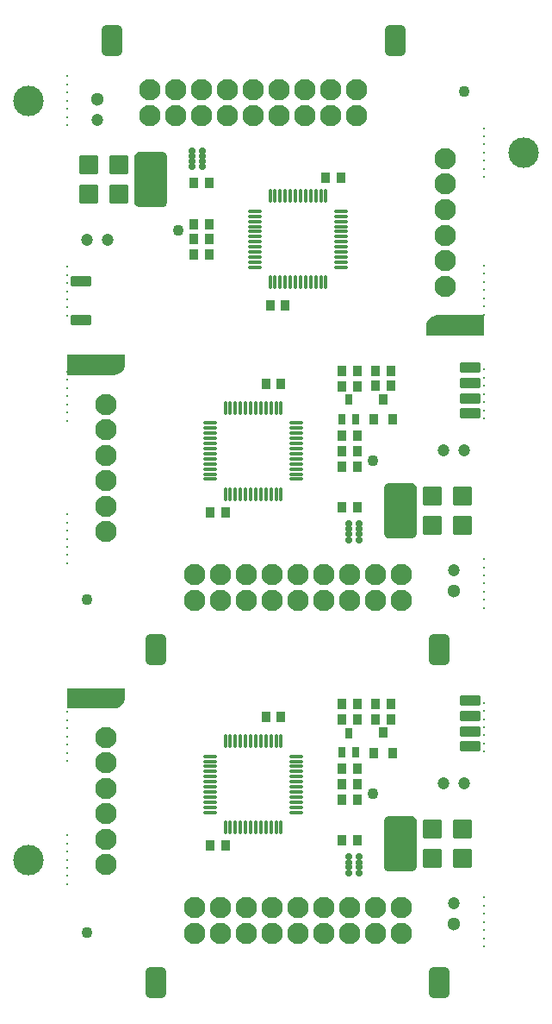
<source format=gbs>
G04*
G04 #@! TF.GenerationSoftware,Altium Limited,Altium Designer,25.5.2 (35)*
G04*
G04 Layer_Color=16711935*
%FSLAX44Y44*%
%MOMM*%
G71*
G04*
G04 #@! TF.SameCoordinates,62C8F6CB-47DE-4BB4-89D1-A73908D99D6D*
G04*
G04*
G04 #@! TF.FilePolarity,Negative*
G04*
G01*
G75*
%ADD45C,1.2000*%
%ADD48C,0.6000*%
%ADD61C,3.0000*%
G04:AMPARAMS|DCode=62|XSize=3.1mm|YSize=2.1mm|CornerRadius=0.55mm|HoleSize=0mm|Usage=FLASHONLY|Rotation=90.000|XOffset=0mm|YOffset=0mm|HoleType=Round|Shape=RoundedRectangle|*
%AMROUNDEDRECTD62*
21,1,3.1000,1.0000,0,0,90.0*
21,1,2.0000,2.1000,0,0,90.0*
1,1,1.1000,0.5000,1.0000*
1,1,1.1000,0.5000,-1.0000*
1,1,1.1000,-0.5000,-1.0000*
1,1,1.1000,-0.5000,1.0000*
%
%ADD62ROUNDEDRECTD62*%
G04:AMPARAMS|DCode=71|XSize=0.9mm|YSize=1.1mm|CornerRadius=0.15mm|HoleSize=0mm|Usage=FLASHONLY|Rotation=0.000|XOffset=0mm|YOffset=0mm|HoleType=Round|Shape=RoundedRectangle|*
%AMROUNDEDRECTD71*
21,1,0.9000,0.8000,0,0,0.0*
21,1,0.6000,1.1000,0,0,0.0*
1,1,0.3000,0.3000,-0.4000*
1,1,0.3000,-0.3000,-0.4000*
1,1,0.3000,-0.3000,0.4000*
1,1,0.3000,0.3000,0.4000*
%
%ADD71ROUNDEDRECTD71*%
G04:AMPARAMS|DCode=78|XSize=1.1mm|YSize=2.1mm|CornerRadius=0.3mm|HoleSize=0mm|Usage=FLASHONLY|Rotation=90.000|XOffset=0mm|YOffset=0mm|HoleType=Round|Shape=RoundedRectangle|*
%AMROUNDEDRECTD78*
21,1,1.1000,1.5000,0,0,90.0*
21,1,0.5000,2.1000,0,0,90.0*
1,1,0.6000,0.7500,0.2500*
1,1,0.6000,0.7500,-0.2500*
1,1,0.6000,-0.7500,-0.2500*
1,1,0.6000,-0.7500,0.2500*
%
%ADD78ROUNDEDRECTD78*%
G04:AMPARAMS|DCode=84|XSize=0.9mm|YSize=1.1mm|CornerRadius=0.15mm|HoleSize=0mm|Usage=FLASHONLY|Rotation=360.000|XOffset=0mm|YOffset=0mm|HoleType=Round|Shape=RoundedRectangle|*
%AMROUNDEDRECTD84*
21,1,0.9000,0.8000,0,0,360.0*
21,1,0.6000,1.1000,0,0,360.0*
1,1,0.3000,0.3000,-0.4000*
1,1,0.3000,-0.3000,-0.4000*
1,1,0.3000,-0.3000,0.4000*
1,1,0.3000,0.3000,0.4000*
%
%ADD84ROUNDEDRECTD84*%
%ADD85C,0.2032*%
%ADD86C,2.1000*%
%ADD87C,1.3000*%
%ADD88R,0.9000X1.0000*%
%ADD89R,0.8000X1.0000*%
G04:AMPARAMS|DCode=90|XSize=0.4mm|YSize=1.3mm|CornerRadius=0.125mm|HoleSize=0mm|Usage=FLASHONLY|Rotation=180.000|XOffset=0mm|YOffset=0mm|HoleType=Round|Shape=RoundedRectangle|*
%AMROUNDEDRECTD90*
21,1,0.4000,1.0500,0,0,180.0*
21,1,0.1500,1.3000,0,0,180.0*
1,1,0.2500,-0.0750,0.5250*
1,1,0.2500,0.0750,0.5250*
1,1,0.2500,0.0750,-0.5250*
1,1,0.2500,-0.0750,-0.5250*
%
%ADD90ROUNDEDRECTD90*%
G04:AMPARAMS|DCode=91|XSize=1.9mm|YSize=1.94mm|CornerRadius=0.275mm|HoleSize=0mm|Usage=FLASHONLY|Rotation=0.000|XOffset=0mm|YOffset=0mm|HoleType=Round|Shape=RoundedRectangle|*
%AMROUNDEDRECTD91*
21,1,1.9000,1.3900,0,0,0.0*
21,1,1.3500,1.9400,0,0,0.0*
1,1,0.5500,0.6750,-0.6950*
1,1,0.5500,-0.6750,-0.6950*
1,1,0.5500,-0.6750,0.6950*
1,1,0.5500,0.6750,0.6950*
%
%ADD91ROUNDEDRECTD91*%
G04:AMPARAMS|DCode=92|XSize=0.65mm|YSize=0.65mm|CornerRadius=0.1563mm|HoleSize=0mm|Usage=FLASHONLY|Rotation=0.000|XOffset=0mm|YOffset=0mm|HoleType=Round|Shape=RoundedRectangle|*
%AMROUNDEDRECTD92*
21,1,0.6500,0.3375,0,0,0.0*
21,1,0.3375,0.6500,0,0,0.0*
1,1,0.3125,0.1688,-0.1688*
1,1,0.3125,-0.1688,-0.1688*
1,1,0.3125,-0.1688,0.1688*
1,1,0.3125,0.1688,0.1688*
%
%ADD92ROUNDEDRECTD92*%
G04:AMPARAMS|DCode=93|XSize=0.65mm|YSize=0.55mm|CornerRadius=0.1438mm|HoleSize=0mm|Usage=FLASHONLY|Rotation=0.000|XOffset=0mm|YOffset=0mm|HoleType=Round|Shape=RoundedRectangle|*
%AMROUNDEDRECTD93*
21,1,0.6500,0.2625,0,0,0.0*
21,1,0.3625,0.5500,0,0,0.0*
1,1,0.2875,0.1813,-0.1313*
1,1,0.2875,-0.1813,-0.1313*
1,1,0.2875,-0.1813,0.1313*
1,1,0.2875,0.1813,0.1313*
%
%ADD93ROUNDEDRECTD93*%
G04:AMPARAMS|DCode=94|XSize=1.3mm|YSize=0.4mm|CornerRadius=0.125mm|HoleSize=0mm|Usage=FLASHONLY|Rotation=180.000|XOffset=0mm|YOffset=0mm|HoleType=Round|Shape=RoundedRectangle|*
%AMROUNDEDRECTD94*
21,1,1.3000,0.1500,0,0,180.0*
21,1,1.0500,0.4000,0,0,180.0*
1,1,0.2500,-0.5250,0.0750*
1,1,0.2500,0.5250,0.0750*
1,1,0.2500,0.5250,-0.0750*
1,1,0.2500,-0.5250,-0.0750*
%
%ADD94ROUNDEDRECTD94*%
%ADD95C,1.1000*%
G36*
X233332Y953739D02*
X234739Y952332D01*
X235500Y950495D01*
Y949500D01*
Y905500D01*
Y904505D01*
X234739Y902668D01*
X233332Y901261D01*
X231495Y900500D01*
X207505D01*
X205668Y901261D01*
X204261Y902668D01*
X203500Y904505D01*
Y905500D01*
Y949500D01*
Y950495D01*
X204261Y952332D01*
X205668Y953739D01*
X207505Y954500D01*
X231495D01*
X233332Y953739D01*
D02*
G37*
G36*
X547000Y774500D02*
X490000D01*
Y782750D01*
Y783907D01*
X490452Y786177D01*
X491337Y788316D01*
X492623Y790240D01*
X494260Y791877D01*
X496184Y793163D01*
X498323Y794048D01*
X500593Y794500D01*
X547000D01*
Y774500D01*
D02*
G37*
G36*
X194000Y747250D02*
Y746093D01*
X193549Y743823D01*
X192663Y741684D01*
X191377Y739760D01*
X189740Y738123D01*
X187816Y736837D01*
X185677Y735952D01*
X183407Y735500D01*
X137000D01*
Y755500D01*
X194000D01*
Y747250D01*
D02*
G37*
G36*
X478332Y628739D02*
X479739Y627332D01*
X480500Y625494D01*
Y624500D01*
Y580500D01*
Y579505D01*
X479739Y577668D01*
X478332Y576261D01*
X476495Y575500D01*
X452505D01*
X450668Y576261D01*
X449261Y577668D01*
X448500Y579505D01*
Y580500D01*
Y624500D01*
Y625494D01*
X449261Y627332D01*
X450668Y628739D01*
X452505Y629500D01*
X476495D01*
X478332Y628739D01*
D02*
G37*
G36*
X194000Y420250D02*
Y419093D01*
X193549Y416823D01*
X192663Y414684D01*
X191377Y412760D01*
X189740Y411123D01*
X187816Y409837D01*
X185677Y408951D01*
X183407Y408500D01*
X137000D01*
Y428500D01*
X194000D01*
Y420250D01*
D02*
G37*
G36*
X478332Y301739D02*
X479739Y300332D01*
X480500Y298494D01*
Y297500D01*
Y253500D01*
Y252505D01*
X479739Y250668D01*
X478332Y249261D01*
X476495Y248500D01*
X452505D01*
X450668Y249261D01*
X449261Y250668D01*
X448500Y252505D01*
Y253500D01*
Y297500D01*
Y298494D01*
X449261Y300332D01*
X450668Y301739D01*
X452505Y302500D01*
X476495D01*
X478332Y301739D01*
D02*
G37*
D45*
X527000Y662000D02*
D03*
X507000D02*
D03*
X517000Y544000D02*
D03*
X527000Y335000D02*
D03*
X507000D02*
D03*
X517000Y217000D02*
D03*
X167000Y986000D02*
D03*
X177000Y868000D02*
D03*
X157000D02*
D03*
D48*
X475500Y624500D02*
D03*
X453500D02*
D03*
X464500D02*
D03*
Y613500D02*
D03*
X475500D02*
D03*
X453500D02*
D03*
X464500Y602500D02*
D03*
X475500D02*
D03*
X453500D02*
D03*
X464500Y591500D02*
D03*
X475500D02*
D03*
X453500D02*
D03*
Y580500D02*
D03*
X464500D02*
D03*
X475500D02*
D03*
Y297500D02*
D03*
X453500D02*
D03*
X464500D02*
D03*
Y286500D02*
D03*
X475500D02*
D03*
X453500D02*
D03*
X464500Y275500D02*
D03*
X475500D02*
D03*
X453500D02*
D03*
X464500Y264500D02*
D03*
X475500D02*
D03*
X453500D02*
D03*
Y253500D02*
D03*
X464500D02*
D03*
X475500D02*
D03*
X208500Y916500D02*
D03*
X230500Y905500D02*
D03*
X219500D02*
D03*
X208500D02*
D03*
X219500Y916500D02*
D03*
X230500D02*
D03*
X219500Y927500D02*
D03*
X208500D02*
D03*
X230500D02*
D03*
Y938500D02*
D03*
X208500D02*
D03*
X219500D02*
D03*
Y949500D02*
D03*
X208500D02*
D03*
X230500D02*
D03*
D61*
X99000Y1005000D02*
D03*
Y260000D02*
D03*
X586000Y954000D02*
D03*
D62*
X224000Y466000D02*
D03*
X503000D02*
D03*
X224000Y139000D02*
D03*
X503000D02*
D03*
X460000Y1064000D02*
D03*
X181000D02*
D03*
D71*
X407500Y740000D02*
D03*
X347500Y727000D02*
D03*
X422500Y676000D02*
D03*
Y646000D02*
D03*
X422500Y661000D02*
D03*
X422500Y606000D02*
D03*
X277500Y601000D02*
D03*
X455500Y740000D02*
D03*
X440500D02*
D03*
X422500Y724500D02*
D03*
X407500D02*
D03*
X422500Y740000D02*
D03*
X440500Y725000D02*
D03*
X455500D02*
D03*
X407500Y661000D02*
D03*
X407500Y676000D02*
D03*
X332500Y727000D02*
D03*
X407500Y606000D02*
D03*
X292500Y601000D02*
D03*
X407500Y646000D02*
D03*
X407500Y413000D02*
D03*
X347500Y400000D02*
D03*
X422500Y349000D02*
D03*
Y319000D02*
D03*
X422500Y334000D02*
D03*
X422500Y279000D02*
D03*
X277500Y274000D02*
D03*
X455500Y413000D02*
D03*
X440500D02*
D03*
X422500Y397500D02*
D03*
X407500D02*
D03*
X422500Y413000D02*
D03*
X440500Y398000D02*
D03*
X455500D02*
D03*
X407500Y334000D02*
D03*
X407500Y349000D02*
D03*
X332500Y400000D02*
D03*
X407500Y279000D02*
D03*
X292500Y274000D02*
D03*
X407500Y319000D02*
D03*
X261500Y854000D02*
D03*
X276500D02*
D03*
X336500Y803750D02*
D03*
X351500D02*
D03*
D78*
X533000Y743000D02*
D03*
Y713000D02*
D03*
Y698000D02*
D03*
Y728000D02*
D03*
Y416000D02*
D03*
Y386000D02*
D03*
Y371000D02*
D03*
Y401000D02*
D03*
X151000Y827500D02*
D03*
Y789400D02*
D03*
D84*
X261500Y869000D02*
D03*
X276500D02*
D03*
X276500Y924000D02*
D03*
X261500D02*
D03*
Y884000D02*
D03*
X406500Y929000D02*
D03*
X391500D02*
D03*
X276500Y884000D02*
D03*
D85*
X137000Y236000D02*
D03*
Y244000D02*
D03*
Y252000D02*
D03*
Y284000D02*
D03*
Y276000D02*
D03*
Y268000D02*
D03*
Y260000D02*
D03*
Y357000D02*
D03*
Y365000D02*
D03*
Y373000D02*
D03*
Y405000D02*
D03*
Y397000D02*
D03*
Y389000D02*
D03*
Y381000D02*
D03*
X547000Y414000D02*
D03*
Y406000D02*
D03*
Y398000D02*
D03*
Y366000D02*
D03*
Y374000D02*
D03*
Y382000D02*
D03*
Y390000D02*
D03*
Y223000D02*
D03*
Y215000D02*
D03*
Y207000D02*
D03*
Y175000D02*
D03*
Y183000D02*
D03*
Y191000D02*
D03*
Y199000D02*
D03*
Y555000D02*
D03*
Y547000D02*
D03*
Y539000D02*
D03*
Y507000D02*
D03*
Y515000D02*
D03*
Y523000D02*
D03*
Y531000D02*
D03*
Y741000D02*
D03*
Y733000D02*
D03*
Y725000D02*
D03*
Y693000D02*
D03*
Y701000D02*
D03*
Y709000D02*
D03*
Y717000D02*
D03*
X137000Y691000D02*
D03*
Y699000D02*
D03*
Y707000D02*
D03*
Y739000D02*
D03*
Y731000D02*
D03*
Y723000D02*
D03*
Y715000D02*
D03*
Y551000D02*
D03*
Y559000D02*
D03*
Y567000D02*
D03*
Y599000D02*
D03*
Y591000D02*
D03*
Y583000D02*
D03*
Y575000D02*
D03*
Y818000D02*
D03*
Y826000D02*
D03*
Y834000D02*
D03*
Y842000D02*
D03*
Y810000D02*
D03*
Y802000D02*
D03*
Y794000D02*
D03*
X547000Y843000D02*
D03*
Y835000D02*
D03*
Y827000D02*
D03*
Y795000D02*
D03*
Y803000D02*
D03*
Y811000D02*
D03*
Y819000D02*
D03*
Y954000D02*
D03*
Y946000D02*
D03*
Y938000D02*
D03*
Y930000D02*
D03*
Y962000D02*
D03*
Y970000D02*
D03*
Y978000D02*
D03*
X137000Y981000D02*
D03*
Y989000D02*
D03*
Y997000D02*
D03*
Y1029000D02*
D03*
Y1021000D02*
D03*
Y1013000D02*
D03*
Y1005000D02*
D03*
D86*
X465200Y540000D02*
D03*
Y514600D02*
D03*
X439800Y540000D02*
D03*
Y514600D02*
D03*
X414400Y540000D02*
D03*
Y514600D02*
D03*
X389000Y540000D02*
D03*
Y514600D02*
D03*
X363600Y540000D02*
D03*
Y514600D02*
D03*
X338200Y540000D02*
D03*
Y514600D02*
D03*
X312800Y540000D02*
D03*
Y514600D02*
D03*
X287400Y540000D02*
D03*
Y514600D02*
D03*
X262000Y540000D02*
D03*
Y514600D02*
D03*
X175000Y582000D02*
D03*
Y707000D02*
D03*
Y682000D02*
D03*
Y657000D02*
D03*
Y632000D02*
D03*
Y607000D02*
D03*
X465200Y213000D02*
D03*
Y187600D02*
D03*
X439800Y213000D02*
D03*
Y187600D02*
D03*
X414400Y213000D02*
D03*
Y187600D02*
D03*
X389000Y213000D02*
D03*
Y187600D02*
D03*
X363600Y213000D02*
D03*
Y187600D02*
D03*
X338200Y213000D02*
D03*
Y187600D02*
D03*
X312800Y213000D02*
D03*
Y187600D02*
D03*
X287400Y213000D02*
D03*
Y187600D02*
D03*
X262000Y213000D02*
D03*
Y187600D02*
D03*
X175000Y255000D02*
D03*
Y380000D02*
D03*
Y355000D02*
D03*
Y330000D02*
D03*
Y305000D02*
D03*
Y280000D02*
D03*
X218800Y990000D02*
D03*
Y1015400D02*
D03*
X244200Y990000D02*
D03*
Y1015400D02*
D03*
X269600Y990000D02*
D03*
Y1015400D02*
D03*
X295000Y990000D02*
D03*
Y1015400D02*
D03*
X320400Y990000D02*
D03*
Y1015400D02*
D03*
X345800Y990000D02*
D03*
Y1015400D02*
D03*
X371200Y990000D02*
D03*
Y1015400D02*
D03*
X396600Y990000D02*
D03*
Y1015400D02*
D03*
X422000Y990000D02*
D03*
Y1015400D02*
D03*
X509000Y948000D02*
D03*
Y823000D02*
D03*
Y848000D02*
D03*
Y873000D02*
D03*
Y898000D02*
D03*
Y923000D02*
D03*
D87*
X517000Y524000D02*
D03*
Y197000D02*
D03*
X167000Y1006000D02*
D03*
D88*
X438500Y692000D02*
D03*
X448000Y712000D02*
D03*
X457500Y692000D02*
D03*
X438500Y365000D02*
D03*
X448000Y385000D02*
D03*
X457500Y365000D02*
D03*
D89*
X420500Y692500D02*
D03*
X414000Y711500D02*
D03*
X407500Y692500D02*
D03*
X420500Y365500D02*
D03*
X414000Y384500D02*
D03*
X407500Y365500D02*
D03*
D90*
X342500Y703500D02*
D03*
X317500Y618500D02*
D03*
X297500D02*
D03*
X317500Y703500D02*
D03*
X327500Y618500D02*
D03*
X322500D02*
D03*
X337500D02*
D03*
X332500D02*
D03*
X322500Y703500D02*
D03*
X337500D02*
D03*
X332500D02*
D03*
X327500D02*
D03*
X312500D02*
D03*
X297500D02*
D03*
X302500Y618500D02*
D03*
X307500D02*
D03*
X312500D02*
D03*
X342500D02*
D03*
X347500D02*
D03*
X292500D02*
D03*
X347500Y703500D02*
D03*
X307500D02*
D03*
X302500D02*
D03*
X292500D02*
D03*
X342500Y376500D02*
D03*
X317500Y291500D02*
D03*
X297500D02*
D03*
X317500Y376500D02*
D03*
X327500Y291500D02*
D03*
X322500D02*
D03*
X337500D02*
D03*
X332500D02*
D03*
X322500Y376500D02*
D03*
X337500D02*
D03*
X332500D02*
D03*
X327500D02*
D03*
X312500D02*
D03*
X297500D02*
D03*
X302500Y291500D02*
D03*
X307500D02*
D03*
X312500D02*
D03*
X342500D02*
D03*
X347500D02*
D03*
X292500D02*
D03*
X347500Y376500D02*
D03*
X307500D02*
D03*
X302500D02*
D03*
X292500D02*
D03*
X346500Y826500D02*
D03*
X351500D02*
D03*
X356500D02*
D03*
X361500D02*
D03*
X366500D02*
D03*
X371500D02*
D03*
X386500D02*
D03*
X381500Y911500D02*
D03*
X376500D02*
D03*
X371500D02*
D03*
X361500D02*
D03*
X356500D02*
D03*
X351500D02*
D03*
X346500D02*
D03*
X341500D02*
D03*
X336500D02*
D03*
X391500D02*
D03*
X336500Y826500D02*
D03*
X341500D02*
D03*
X386500Y911500D02*
D03*
X366500D02*
D03*
X376500Y826500D02*
D03*
X381500D02*
D03*
X391500D02*
D03*
D91*
X526000Y616750D02*
D03*
Y588000D02*
D03*
X496000Y616750D02*
D03*
Y588000D02*
D03*
X526000Y289750D02*
D03*
Y261000D02*
D03*
X496000Y289750D02*
D03*
Y261000D02*
D03*
X158000Y942000D02*
D03*
Y913250D02*
D03*
X188000D02*
D03*
Y942000D02*
D03*
D92*
X423750Y574000D02*
D03*
Y590000D02*
D03*
X414250D02*
D03*
Y574000D02*
D03*
X423750Y247000D02*
D03*
Y263000D02*
D03*
X414250D02*
D03*
Y247000D02*
D03*
X269750Y956000D02*
D03*
Y940000D02*
D03*
X260250Y956000D02*
D03*
Y940000D02*
D03*
D93*
X423750Y584500D02*
D03*
Y579500D02*
D03*
X414250D02*
D03*
Y584500D02*
D03*
X423750Y257500D02*
D03*
Y252500D02*
D03*
X414250D02*
D03*
Y257500D02*
D03*
X269750Y945500D02*
D03*
Y950500D02*
D03*
X260250D02*
D03*
Y945500D02*
D03*
D94*
X277500Y683500D02*
D03*
Y678500D02*
D03*
Y673500D02*
D03*
Y653500D02*
D03*
Y648500D02*
D03*
Y643500D02*
D03*
Y638500D02*
D03*
Y633500D02*
D03*
X362500D02*
D03*
Y638500D02*
D03*
Y643500D02*
D03*
Y648500D02*
D03*
Y653500D02*
D03*
Y668500D02*
D03*
Y673500D02*
D03*
Y678500D02*
D03*
Y683500D02*
D03*
X277500Y668500D02*
D03*
Y663500D02*
D03*
Y658500D02*
D03*
Y688500D02*
D03*
X362500D02*
D03*
Y663500D02*
D03*
Y658500D02*
D03*
X277500Y356500D02*
D03*
Y351500D02*
D03*
Y346500D02*
D03*
Y326500D02*
D03*
Y321500D02*
D03*
Y316500D02*
D03*
Y311500D02*
D03*
Y306500D02*
D03*
X362500D02*
D03*
Y311500D02*
D03*
Y316500D02*
D03*
Y321500D02*
D03*
Y326500D02*
D03*
Y341500D02*
D03*
Y346500D02*
D03*
Y351500D02*
D03*
Y356500D02*
D03*
X277500Y341500D02*
D03*
Y336500D02*
D03*
Y331500D02*
D03*
Y361500D02*
D03*
X362500D02*
D03*
Y336500D02*
D03*
Y331500D02*
D03*
X406500Y851500D02*
D03*
Y856500D02*
D03*
Y876500D02*
D03*
Y881500D02*
D03*
Y886500D02*
D03*
Y891500D02*
D03*
Y896500D02*
D03*
X321500D02*
D03*
Y891500D02*
D03*
Y886500D02*
D03*
Y881500D02*
D03*
Y876500D02*
D03*
Y861500D02*
D03*
Y856500D02*
D03*
Y851500D02*
D03*
Y846500D02*
D03*
X406500Y861500D02*
D03*
Y866500D02*
D03*
Y871500D02*
D03*
Y841500D02*
D03*
X321500D02*
D03*
X406500Y846500D02*
D03*
X321500Y866500D02*
D03*
Y871500D02*
D03*
D95*
X156500Y515750D02*
D03*
X438000Y652000D02*
D03*
X156500Y188750D02*
D03*
X438000Y325000D02*
D03*
X527500Y1014250D02*
D03*
X246000Y878000D02*
D03*
M02*

</source>
